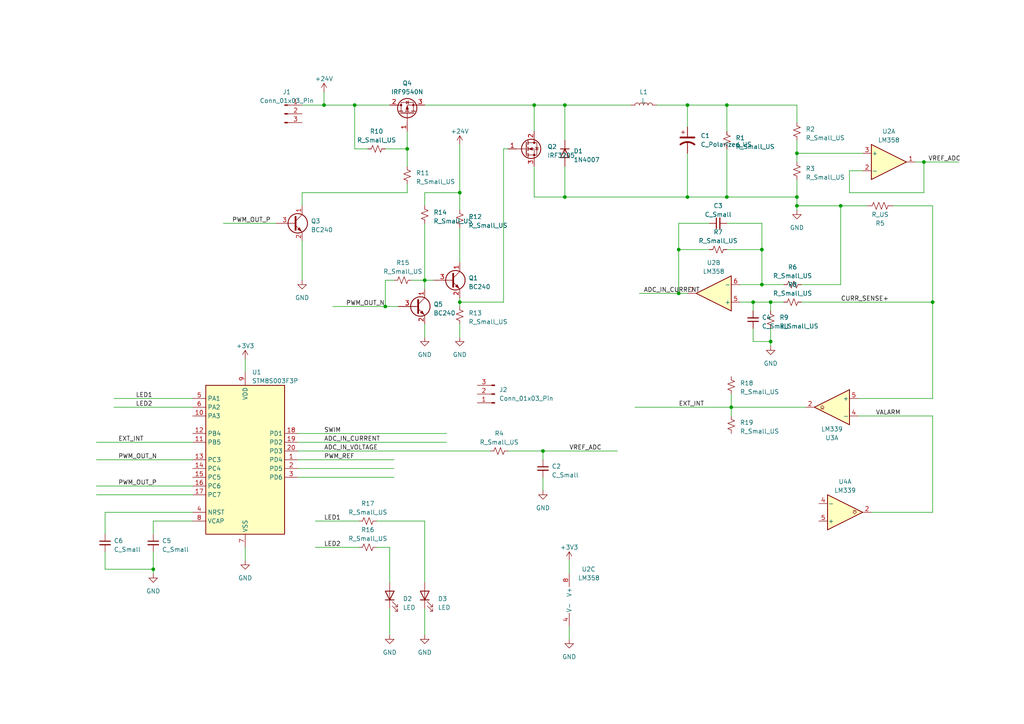
<source format=kicad_sch>
(kicad_sch (version 20230121) (generator eeschema)
  (paper "A4")
  (lib_symbols
    (symbol "Amplifier_Operational:LM358" (pin_names (offset 0.127))
      (property "Reference" "U" (at 0 5.08 0))
      (property "Value" "LM358" (at 0 -5.08 0))
      (symbol "LM358_1_1"
        (polyline (pts (xy -5.08 5.08) (xy 5.08 0) (xy -5.08 -5.08) (xy -5.08 5.08)) (stroke (width 0.254)) (fill (type background)))
        (pin output line (at 7.62 0 180) (length 2.54) (name "~") (number "1"))
        (pin input line (at -7.62 -2.54 0) (length 2.54) (name "-") (number "2"))
        (pin input line (at -7.62 2.54 0) (length 2.54) (name "+") (number "3"))
      )
      (symbol "LM358_2_1"
        (polyline (pts (xy -5.08 5.08) (xy 5.08 0) (xy -5.08 -5.08) (xy -5.08 5.08)) (stroke (width 0.254)) (fill (type background)))
        (pin input line (at -7.62 2.54 0) (length 2.54) (name "+") (number "5"))
        (pin input line (at -7.62 -2.54 0) (length 2.54) (name "-") (number "6"))
        (pin output line (at 7.62 0 180) (length 2.54) (name "~") (number "7"))
      )
      (symbol "LM358_3_1"
        (pin power_in line (at -2.54 -7.62 90) (length 3.81) (name "V-") (number "4"))
        (pin power_in line (at -2.54 7.62 270) (length 3.81) (name "V+") (number "8"))
      )
    )
    (symbol "Comparator:LM339" (pin_names (offset 0.127))
      (property "Reference" "U" (at 0 5.08 0))
      (property "Value" "LM339" (at 0 -5.08 0))
      (symbol "LM339_1_1"
        (polyline (pts (xy -5.08 5.08) (xy 5.08 0) (xy -5.08 -5.08) (xy -5.08 5.08)) (stroke (width 0.254)) (fill (type background)))
        (polyline (pts (xy 3.302 -0.508) (xy 2.794 -0.508) (xy 3.302 0) (xy 2.794 0.508) (xy 2.286 0) (xy 2.794 -0.508) (xy 2.286 -0.508)) (stroke (width 0.127)))
        (pin open_collector line (at 7.62 0 180) (length 2.54) (name "~") (number "2"))
        (pin input line (at -7.62 -2.54 0) (length 2.54) (name "-") (number "4"))
        (pin input line (at -7.62 2.54 0) (length 2.54) (name "+") (number "5"))
      )
      (symbol "LM339_2_1"
        (polyline (pts (xy -5.08 5.08) (xy 5.08 0) (xy -5.08 -5.08) (xy -5.08 5.08)) (stroke (width 0.254)) (fill (type background)))
        (polyline (pts (xy 3.302 -0.508) (xy 2.794 -0.508) (xy 3.302 0) (xy 2.794 0.508) (xy 2.286 0) (xy 2.794 -0.508) (xy 2.286 -0.508)) (stroke (width 0.127)))
        (pin open_collector line (at 7.62 0 180) (length 2.54) (name "~") (number "1"))
        (pin input line (at -7.62 -2.54 0) (length 2.54) (name "-") (number "6"))
        (pin input line (at -7.62 2.54 0) (length 2.54) (name "+") (number "7"))
      )
      (symbol "LM339_3_1"
        (polyline (pts (xy -5.08 5.08) (xy 5.08 0) (xy -5.08 -5.08) (xy -5.08 5.08)) (stroke (width 0.254)) (fill (type background)))
        (polyline (pts (xy 3.302 -0.508) (xy 2.794 -0.508) (xy 3.302 0) (xy 2.794 0.508) (xy 2.286 0) (xy 2.794 -0.508) (xy 2.286 -0.508)) (stroke (width 0.127)))
        (pin input line (at -7.62 -2.54 0) (length 2.54) (name "-") (number "10"))
        (pin input line (at -7.62 2.54 0) (length 2.54) (name "+") (number "11"))
        (pin open_collector line (at 7.62 0 180) (length 2.54) (name "~") (number "13"))
      )
      (symbol "LM339_4_1"
        (polyline (pts (xy -5.08 5.08) (xy 5.08 0) (xy -5.08 -5.08) (xy -5.08 5.08)) (stroke (width 0.254)) (fill (type background)))
        (polyline (pts (xy 3.302 -0.508) (xy 2.794 -0.508) (xy 3.302 0) (xy 2.794 0.508) (xy 2.286 0) (xy 2.794 -0.508) (xy 2.286 -0.508)) (stroke (width 0.127)))
        (pin open_collector line (at 7.62 0 180) (length 2.54) (name "~") (number "14"))
        (pin input line (at -7.62 -2.54 0) (length 2.54) (name "-") (number "8"))
        (pin input line (at -7.62 2.54 0) (length 2.54) (name "+") (number "9"))
      )
      (symbol "LM339_5_1"
        (pin power_in line (at -2.54 -7.62 90) (length 3.81) (name "V-") (number "12"))
        (pin power_in line (at -2.54 7.62 270) (length 3.81) (name "V+") (number "3"))
      )
    )
    (symbol "Connector:Conn_01x03_Pin" (pin_names (offset 1.016) hide)
      (property "Reference" "J" (at 0 5.08 0))
      (property "Value" "Conn_01x03_Pin" (at 0 -5.08 0))
      (symbol "Conn_01x03_Pin_1_1"
        (polyline (pts (xy 1.27 -2.54) (xy 0.8636 -2.54)) (stroke (width 0.1524)))
        (polyline (pts (xy 1.27 0) (xy 0.8636 0)) (stroke (width 0.1524)))
        (polyline (pts (xy 1.27 2.54) (xy 0.8636 2.54)) (stroke (width 0.1524)))
        (rectangle (start 0.8636 -2.413) (end 0 -2.667) (stroke (width 0.1524)) (fill (type outline)))
        (rectangle (start 0.8636 0.127) (end 0 -0.127) (stroke (width 0.1524)) (fill (type outline)))
        (rectangle (start 0.8636 2.667) (end 0 2.413) (stroke (width 0.1524)) (fill (type outline)))
        (pin passive line (at 5.08 2.54 180) (length 3.81) (name "Pin_1") (number "1"))
        (pin passive line (at 5.08 0 180) (length 3.81) (name "Pin_2") (number "2"))
        (pin passive line (at 5.08 -2.54 180) (length 3.81) (name "Pin_3") (number "3"))
      )
    )
    (symbol "Device:C_Polarized_US" (pin_numbers hide) (pin_names (offset 0.254) hide)
      (property "Reference" "C" (at 0.635 2.54 0))
      (property "Value" "C_Polarized_US" (at 0.635 -2.54 0))
      (symbol "C_Polarized_US_0_1"
        (polyline (pts (xy -2.032 0.762) (xy 2.032 0.762)) (stroke (width 0.508)))
        (polyline (pts (xy -1.778 2.286) (xy -0.762 2.286)))
        (polyline (pts (xy -1.27 1.778) (xy -1.27 2.794)))
        (arc (start 2.032 -1.27) (mid 0 -0.5572) (end -2.032 -1.27) (stroke (width 0.508)))
      )
      (symbol "C_Polarized_US_1_1"
        (pin passive line (at 0 3.81 270) (length 2.794) (name "~") (number "1"))
        (pin passive line (at 0 -3.81 90) (length 3.302) (name "~") (number "2"))
      )
    )
    (symbol "Device:C_Small" (pin_numbers hide) (pin_names (offset 0.254) hide)
      (property "Reference" "C" (at 0.254 1.778 0))
      (property "Value" "C_Small" (at 0.254 -2.032 0))
      (symbol "C_Small_0_1"
        (polyline (pts (xy -1.524 -0.508) (xy 1.524 -0.508)) (stroke (width 0.3302)))
        (polyline (pts (xy -1.524 0.508) (xy 1.524 0.508)) (stroke (width 0.3048)))
      )
      (symbol "C_Small_1_1"
        (pin passive line (at 0 2.54 270) (length 2.032) (name "~") (number "1"))
        (pin passive line (at 0 -2.54 90) (length 2.032) (name "~") (number "2"))
      )
    )
    (symbol "Device:L" (pin_numbers hide) (pin_names (offset 1.016) hide)
      (property "Reference" "L" (at -1.27 0 90))
      (property "Value" "L" (at 1.905 0 90))
      (symbol "L_0_1"
        (arc (start 0 -2.54) (mid 0.6323 -1.905) (end 0 -1.27))
        (arc (start 0 -1.27) (mid 0.6323 -0.635) (end 0 0))
        (arc (start 0 0) (mid 0.6323 0.635) (end 0 1.27))
        (arc (start 0 1.27) (mid 0.6323 1.905) (end 0 2.54))
      )
      (symbol "L_1_1"
        (pin passive line (at 0 3.81 270) (length 1.27) (name "1") (number "1"))
        (pin passive line (at 0 -3.81 90) (length 1.27) (name "2") (number "2"))
      )
    )
    (symbol "Device:LED" (pin_numbers hide) (pin_names (offset 1.016) hide)
      (property "Reference" "D" (at 0 2.54 0))
      (property "Value" "LED" (at 0 -2.54 0))
      (symbol "LED_0_1"
        (polyline (pts (xy -1.27 -1.27) (xy -1.27 1.27)) (stroke (width 0.254)))
        (polyline (pts (xy -1.27 0) (xy 1.27 0)))
        (polyline (pts (xy 1.27 -1.27) (xy 1.27 1.27) (xy -1.27 0) (xy 1.27 -1.27)) (stroke (width 0.254)))
        (polyline (pts (xy -3.048 -0.762) (xy -4.572 -2.286) (xy -3.81 -2.286) (xy -4.572 -2.286) (xy -4.572 -1.524)))
        (polyline (pts (xy -1.778 -0.762) (xy -3.302 -2.286) (xy -2.54 -2.286) (xy -3.302 -2.286) (xy -3.302 -1.524)))
      )
      (symbol "LED_1_1"
        (pin passive line (at -3.81 0 0) (length 2.54) (name "K") (number "1"))
        (pin passive line (at 3.81 0 180) (length 2.54) (name "A") (number "2"))
      )
    )
    (symbol "Device:R_Small_US" (pin_numbers hide) (pin_names (offset 0.254) hide)
      (property "Reference" "R" (at 0.762 0.508 0))
      (property "Value" "R_Small_US" (at 0.762 -1.016 0))
      (symbol "R_Small_US_1_1"
        (polyline (pts (xy 0 0) (xy 1.016 -0.381) (xy 0 -0.762) (xy -1.016 -1.143) (xy 0 -1.524)))
        (polyline (pts (xy 0 1.524) (xy 1.016 1.143) (xy 0 0.762) (xy -1.016 0.381) (xy 0 0)))
        (pin passive line (at 0 2.54 270) (length 1.016) (name "~") (number "1"))
        (pin passive line (at 0 -2.54 90) (length 1.016) (name "~") (number "2"))
      )
    )
    (symbol "Device:R_US" (pin_numbers hide) (pin_names (offset 0))
      (property "Reference" "R" (at 2.54 0 90))
      (property "Value" "R_US" (at -2.54 0 90))
      (symbol "R_US_0_1"
        (polyline (pts (xy 0 -2.286) (xy 0 -2.54)))
        (polyline (pts (xy 0 2.286) (xy 0 2.54)))
        (polyline (pts (xy 0 -0.762) (xy 1.016 -1.143) (xy 0 -1.524) (xy -1.016 -1.905) (xy 0 -2.286)))
        (polyline (pts (xy 0 0.762) (xy 1.016 0.381) (xy 0 0) (xy -1.016 -0.381) (xy 0 -0.762)))
        (polyline (pts (xy 0 2.286) (xy 1.016 1.905) (xy 0 1.524) (xy -1.016 1.143) (xy 0 0.762)))
      )
      (symbol "R_US_1_1"
        (pin passive line (at 0 3.81 270) (length 1.27) (name "~") (number "1"))
        (pin passive line (at 0 -3.81 90) (length 1.27) (name "~") (number "2"))
      )
    )
    (symbol "Diode:1N4007" (pin_numbers hide) (pin_names hide)
      (property "Reference" "D" (at 0 2.54 0))
      (property "Value" "1N4007" (at 0 -2.54 0))
      (symbol "1N4007_0_1"
        (polyline (pts (xy -1.27 1.27) (xy -1.27 -1.27)) (stroke (width 0.254)))
        (polyline (pts (xy 1.27 0) (xy -1.27 0)))
        (polyline (pts (xy 1.27 1.27) (xy 1.27 -1.27) (xy -1.27 0) (xy 1.27 1.27)) (stroke (width 0.254)))
      )
      (symbol "1N4007_1_1"
        (pin passive line (at -3.81 0 0) (length 2.54) (name "K") (number "1"))
        (pin passive line (at 3.81 0 180) (length 2.54) (name "A") (number "2"))
      )
    )
    (symbol "MCU_ST_STM8:STM8S003F3P"
      (property "Reference" "U" (at 1.27 25.4 0))
      (property "Value" "STM8S003F3P" (at 1.27 22.86 0))
      (symbol "STM8S003F3P_0_1"
        (rectangle (start -11.43 21.59) (end 11.43 -21.59) (stroke (width 0.254)) (fill (type background)))
      )
      (symbol "STM8S003F3P_1_1"
        (pin bidirectional line (at 15.24 0 180) (length 3.81) (name "PD4") (number "1"))
        (pin bidirectional line (at -15.24 12.7 0) (length 3.81) (name "PA3") (number "10"))
        (pin bidirectional line (at -15.24 5.08 0) (length 3.81) (name "PB5") (number "11"))
        (pin bidirectional line (at -15.24 7.62 0) (length 3.81) (name "PB4") (number "12"))
        (pin bidirectional line (at -15.24 0 0) (length 3.81) (name "PC3") (number "13"))
        (pin bidirectional line (at -15.24 -2.54 0) (length 3.81) (name "PC4") (number "14"))
        (pin bidirectional line (at -15.24 -5.08 0) (length 3.81) (name "PC5") (number "15"))
        (pin bidirectional line (at -15.24 -7.62 0) (length 3.81) (name "PC6") (number "16"))
        (pin bidirectional line (at -15.24 -10.16 0) (length 3.81) (name "PC7") (number "17"))
        (pin bidirectional line (at 15.24 7.62 180) (length 3.81) (name "PD1") (number "18"))
        (pin bidirectional line (at 15.24 5.08 180) (length 3.81) (name "PD2") (number "19"))
        (pin bidirectional line (at 15.24 -2.54 180) (length 3.81) (name "PD5") (number "2"))
        (pin bidirectional line (at 15.24 2.54 180) (length 3.81) (name "PD3") (number "20"))
        (pin bidirectional line (at 15.24 -5.08 180) (length 3.81) (name "PD6") (number "3"))
        (pin input line (at -15.24 -15.24 0) (length 3.81) (name "NRST") (number "4"))
        (pin bidirectional line (at -15.24 17.78 0) (length 3.81) (name "PA1") (number "5"))
        (pin bidirectional line (at -15.24 15.24 0) (length 3.81) (name "PA2") (number "6"))
        (pin power_in line (at 0 -25.4 90) (length 3.81) (name "VSS") (number "7"))
        (pin passive line (at -15.24 -17.78 0) (length 3.81) (name "VCAP") (number "8"))
        (pin power_in line (at 0 25.4 270) (length 3.81) (name "VDD") (number "9"))
      )
    )
    (symbol "Transistor_BJT:BC240" (pin_names (offset 0) hide)
      (property "Reference" "Q" (at 5.08 1.905 0))
      (property "Value" "BC240" (at 5.08 0 0))
      (symbol "BC240_0_1"
        (polyline (pts (xy 0 0) (xy 0.635 0)))
        (polyline (pts (xy 0.635 0.635) (xy 2.54 2.54)))
        (polyline (pts (xy 0.635 -0.635) (xy 2.54 -2.54) (xy 2.54 -2.54)))
        (polyline (pts (xy 0.635 1.905) (xy 0.635 -1.905) (xy 0.635 -1.905)) (stroke (width 0.508)))
        (polyline (pts (xy 1.27 -1.778) (xy 1.778 -1.27) (xy 2.286 -2.286) (xy 1.27 -1.778) (xy 1.27 -1.778)) (fill (type outline)))
        (circle (center 1.27 0) (radius 2.8194) (stroke (width 0.254)))
      )
      (symbol "BC240_1_1"
        (pin passive line (at 2.54 5.08 270) (length 2.54) (name "C") (number "1"))
        (pin passive line (at 2.54 -5.08 90) (length 2.54) (name "E") (number "2"))
        (pin input line (at -5.08 0 0) (length 5.08) (name "B") (number "3"))
      )
    )
    (symbol "Transistor_FET:IRF3205" (pin_names hide)
      (property "Reference" "Q" (at 6.35 1.905 0))
      (property "Value" "IRF3205" (at 6.35 0 0))
      (symbol "IRF3205_0_1"
        (polyline (pts (xy 0.254 0) (xy -2.54 0)))
        (polyline (pts (xy 0.254 1.905) (xy 0.254 -1.905)) (stroke (width 0.254)))
        (polyline (pts (xy 0.762 -1.27) (xy 0.762 -2.286)) (stroke (width 0.254)))
        (polyline (pts (xy 0.762 0.508) (xy 0.762 -0.508)) (stroke (width 0.254)))
        (polyline (pts (xy 0.762 2.286) (xy 0.762 1.27)) (stroke (width 0.254)))
        (polyline (pts (xy 2.54 2.54) (xy 2.54 1.778)))
        (polyline (pts (xy 2.54 -2.54) (xy 2.54 0) (xy 0.762 0)))
        (polyline (pts (xy 0.762 -1.778) (xy 3.302 -1.778) (xy 3.302 1.778) (xy 0.762 1.778)))
        (polyline (pts (xy 1.016 0) (xy 2.032 0.381) (xy 2.032 -0.381) (xy 1.016 0)) (fill (type outline)))
        (polyline (pts (xy 2.794 0.508) (xy 2.921 0.381) (xy 3.683 0.381) (xy 3.81 0.254)))
        (polyline (pts (xy 3.302 0.381) (xy 2.921 -0.254) (xy 3.683 -0.254) (xy 3.302 0.381)))
        (circle (center 1.651 0) (radius 2.794) (stroke (width 0.254)))
        (circle (center 2.54 -1.778) (radius 0.254) (fill (type outline)))
        (circle (center 2.54 1.778) (radius 0.254) (fill (type outline)))
      )
      (symbol "IRF3205_1_1"
        (pin input line (at -5.08 0 0) (length 2.54) (name "G") (number "1"))
        (pin passive line (at 2.54 5.08 270) (length 2.54) (name "D") (number "2"))
        (pin passive line (at 2.54 -5.08 90) (length 2.54) (name "S") (number "3"))
      )
    )
    (symbol "Transistor_FET:IRF9540N" (pin_names hide)
      (property "Reference" "Q" (at 5.08 1.905 0))
      (property "Value" "IRF9540N" (at 5.08 0 0))
      (symbol "IRF9540N_0_1"
        (polyline (pts (xy 0.254 0) (xy -2.54 0)))
        (polyline (pts (xy 0.254 1.905) (xy 0.254 -1.905)) (stroke (width 0.254)))
        (polyline (pts (xy 0.762 -1.27) (xy 0.762 -2.286)) (stroke (width 0.254)))
        (polyline (pts (xy 0.762 0.508) (xy 0.762 -0.508)) (stroke (width 0.254)))
        (polyline (pts (xy 0.762 2.286) (xy 0.762 1.27)) (stroke (width 0.254)))
        (polyline (pts (xy 2.54 2.54) (xy 2.54 1.778)))
        (polyline (pts (xy 2.54 -2.54) (xy 2.54 0) (xy 0.762 0)))
        (polyline (pts (xy 0.762 1.778) (xy 3.302 1.778) (xy 3.302 -1.778) (xy 0.762 -1.778)))
        (polyline (pts (xy 2.286 0) (xy 1.27 0.381) (xy 1.27 -0.381) (xy 2.286 0)) (fill (type outline)))
        (polyline (pts (xy 2.794 -0.508) (xy 2.921 -0.381) (xy 3.683 -0.381) (xy 3.81 -0.254)))
        (polyline (pts (xy 3.302 -0.381) (xy 2.921 0.254) (xy 3.683 0.254) (xy 3.302 -0.381)))
        (circle (center 1.651 0) (radius 2.794) (stroke (width 0.254)))
        (circle (center 2.54 -1.778) (radius 0.254) (fill (type outline)))
        (circle (center 2.54 1.778) (radius 0.254) (fill (type outline)))
      )
      (symbol "IRF9540N_1_1"
        (pin input line (at -5.08 0 0) (length 2.54) (name "G") (number "1"))
        (pin passive line (at 2.54 5.08 270) (length 2.54) (name "D") (number "2"))
        (pin passive line (at 2.54 -5.08 90) (length 2.54) (name "S") (number "3"))
      )
    )
    (symbol "power:+24V" (power) (pin_names (offset 0))
      (property "Value" "+24V" (at 0 3.556 0))
      (symbol "+24V_0_1"
        (polyline (pts (xy -0.762 1.27) (xy 0 2.54)))
        (polyline (pts (xy 0 0) (xy 0 2.54)))
        (polyline (pts (xy 0 2.54) (xy 0.762 1.27)))
      )
      (symbol "+24V_1_1"
        (pin power_in line (at 0 0 90) (length 0) hide (name "+24V") (number "1"))
      )
    )
    (symbol "power:+3V3" (power) (pin_names (offset 0))
      (property "Value" "+3V3" (at 0 3.556 0))
      (symbol "+3V3_0_1"
        (polyline (pts (xy -0.762 1.27) (xy 0 2.54)))
        (polyline (pts (xy 0 0) (xy 0 2.54)))
        (polyline (pts (xy 0 2.54) (xy 0.762 1.27)))
      )
      (symbol "+3V3_1_1"
        (pin power_in line (at 0 0 90) (length 0) hide (name "+3V3") (number "1"))
      )
    )
    (symbol "power:GND" (power) (pin_names (offset 0))
      (property "Value" "GND" (at 0 -3.81 0))
      (symbol "GND_0_1"
        (polyline (pts (xy 0 0) (xy 0 -1.27) (xy 1.27 -1.27) (xy 0 -2.54) (xy -1.27 -1.27) (xy 0 -1.27)))
      )
      (symbol "GND_1_1"
        (pin power_in line (at 0 0 270) (length 0) hide (name "GND") (number "1"))
      )
    )
  )
  (junction (at 210.82 30.48))
  (junction (at 220.98 82.55))
  (junction (at 93.98 30.48))
  (junction (at 231.14 59.69))
  (junction (at 133.35 55.88))
  (junction (at 154.94 30.48))
  (junction (at 123.19 81.28))
  (junction (at 163.83 30.48))
  (junction (at 223.52 87.63))
  (junction (at 118.11 43.18))
  (junction (at 199.39 57.15))
  (junction (at 212.09 118.11))
  (junction (at 267.97 46.99))
  (junction (at 157.48 130.81))
  (junction (at 44.45 165.1))
  (junction (at 196.85 72.39))
  (junction (at 133.35 87.63))
  (junction (at 102.87 30.48))
  (junction (at 196.85 85.09))
  (junction (at 270.51 87.63))
  (junction (at 223.52 99.06))
  (junction (at 218.44 87.63))
  (junction (at 199.39 30.48))
  (junction (at 231.14 57.15))
  (junction (at 163.83 57.15))
  (junction (at 111.76 88.9))
  (junction (at 210.82 57.15))
  (junction (at 231.14 44.45))
  (junction (at 220.98 72.39))
  (junction (at 243.84 59.69))
  (wire (pts (xy 250.19 49.53) (xy 246.38 49.53)))
  (wire (pts (xy 118.11 38.1) (xy 118.11 43.18)))
  (wire (pts (xy 218.44 87.63) (xy 218.44 90.17)))
  (wire (pts (xy 146.05 43.18) (xy 147.32 43.18)))
  (wire (pts (xy 86.36 130.81) (xy 142.24 130.81)))
  (wire (pts (xy 27.94 133.35) (xy 55.88 133.35)))
  (wire (pts (xy 196.85 85.09) (xy 196.85 72.39)))
  (wire (pts (xy 199.39 30.48) (xy 190.5 30.48)))
  (wire (pts (xy 114.3 81.28) (xy 111.76 81.28)))
  (wire (pts (xy 248.92 115.57) (xy 270.51 115.57)))
  (wire (pts (xy 64.77 64.77) (xy 80.01 64.77)))
  (wire (pts (xy 196.85 72.39) (xy 196.85 64.77)))
  (wire (pts (xy 123.19 81.28) (xy 125.73 81.28)))
  (wire (pts (xy 86.36 128.27) (xy 129.54 128.27)))
  (wire (pts (xy 270.51 115.57) (xy 270.51 87.63)))
  (wire (pts (xy 270.51 148.59) (xy 270.51 120.65)))
  (wire (pts (xy 210.82 57.15) (xy 199.39 57.15)))
  (wire (pts (xy 133.35 86.36) (xy 133.35 87.63)))
  (wire (pts (xy 123.19 176.53) (xy 123.19 184.15)))
  (wire (pts (xy 210.82 30.48) (xy 199.39 30.48)))
  (wire (pts (xy 220.98 82.55) (xy 227.33 82.55)))
  (wire (pts (xy 109.22 158.75) (xy 113.03 158.75)))
  (wire (pts (xy 86.36 138.43) (xy 114.3 138.43)))
  (wire (pts (xy 91.44 151.13) (xy 104.14 151.13)))
  (wire (pts (xy 165.1 162.56) (xy 165.1 166.37)))
  (wire (pts (xy 87.63 55.88) (xy 118.11 55.88)))
  (wire (pts (xy 123.19 81.28) (xy 123.19 83.82)))
  (wire (pts (xy 87.63 81.28) (xy 87.63 69.85)))
  (wire (pts (xy 86.36 133.35) (xy 114.3 133.35)))
  (wire (pts (xy 113.03 158.75) (xy 113.03 168.91)))
  (wire (pts (xy 87.63 30.48) (xy 93.98 30.48)))
  (wire (pts (xy 27.94 128.27) (xy 55.88 128.27)))
  (wire (pts (xy 91.44 158.75) (xy 104.14 158.75)))
  (wire (pts (xy 102.87 43.18) (xy 102.87 30.48)))
  (wire (pts (xy 231.14 59.69) (xy 243.84 59.69)))
  (wire (pts (xy 199.39 30.48) (xy 199.39 36.83)))
  (wire (pts (xy 246.38 55.88) (xy 267.97 55.88)))
  (wire (pts (xy 147.32 130.81) (xy 157.48 130.81)))
  (wire (pts (xy 223.52 87.63) (xy 227.33 87.63)))
  (wire (pts (xy 267.97 46.99) (xy 265.43 46.99)))
  (wire (pts (xy 270.51 59.69) (xy 270.51 87.63)))
  (wire (pts (xy 118.11 55.88) (xy 118.11 53.34)))
  (wire (pts (xy 267.97 55.88) (xy 267.97 46.99)))
  (wire (pts (xy 154.94 57.15) (xy 163.83 57.15)))
  (wire (pts (xy 220.98 72.39) (xy 220.98 82.55)))
  (wire (pts (xy 44.45 151.13) (xy 55.88 151.13)))
  (wire (pts (xy 111.76 81.28) (xy 111.76 88.9)))
  (wire (pts (xy 218.44 87.63) (xy 223.52 87.63)))
  (wire (pts (xy 93.98 26.67) (xy 93.98 30.48)))
  (wire (pts (xy 214.63 87.63) (xy 218.44 87.63)))
  (wire (pts (xy 106.68 43.18) (xy 102.87 43.18)))
  (wire (pts (xy 210.82 43.18) (xy 210.82 57.15)))
  (wire (pts (xy 123.19 151.13) (xy 123.19 168.91)))
  (wire (pts (xy 231.14 52.07) (xy 231.14 57.15)))
  (wire (pts (xy 154.94 30.48) (xy 154.94 38.1)))
  (wire (pts (xy 231.14 57.15) (xy 210.82 57.15)))
  (wire (pts (xy 212.09 118.11) (xy 212.09 120.65)))
  (wire (pts (xy 184.15 118.11) (xy 212.09 118.11)))
  (wire (pts (xy 102.87 30.48) (xy 113.03 30.48)))
  (wire (pts (xy 163.83 30.48) (xy 163.83 40.64)))
  (wire (pts (xy 133.35 66.04) (xy 133.35 76.2)))
  (wire (pts (xy 223.52 95.25) (xy 223.52 99.06)))
  (wire (pts (xy 86.36 135.89) (xy 114.3 135.89)))
  (wire (pts (xy 87.63 55.88) (xy 87.63 59.69)))
  (wire (pts (xy 44.45 160.02) (xy 44.45 165.1)))
  (wire (pts (xy 210.82 38.1) (xy 210.82 30.48)))
  (wire (pts (xy 44.45 165.1) (xy 44.45 166.37)))
  (wire (pts (xy 212.09 114.3) (xy 212.09 118.11)))
  (wire (pts (xy 123.19 93.98) (xy 123.19 97.79)))
  (wire (pts (xy 118.11 43.18) (xy 118.11 48.26)))
  (wire (pts (xy 210.82 64.77) (xy 220.98 64.77)))
  (wire (pts (xy 113.03 176.53) (xy 113.03 184.15)))
  (wire (pts (xy 196.85 64.77) (xy 205.74 64.77)))
  (wire (pts (xy 185.42 85.09) (xy 196.85 85.09)))
  (wire (pts (xy 123.19 55.88) (xy 133.35 55.88)))
  (wire (pts (xy 133.35 41.91) (xy 133.35 55.88)))
  (wire (pts (xy 93.98 30.48) (xy 102.87 30.48)))
  (wire (pts (xy 133.35 55.88) (xy 133.35 60.96)))
  (wire (pts (xy 252.73 148.59) (xy 270.51 148.59)))
  (wire (pts (xy 71.12 104.14) (xy 71.12 107.95)))
  (wire (pts (xy 133.35 87.63) (xy 146.05 87.63)))
  (wire (pts (xy 146.05 87.63) (xy 146.05 43.18)))
  (wire (pts (xy 205.74 72.39) (xy 196.85 72.39)))
  (wire (pts (xy 243.84 59.69) (xy 251.46 59.69)))
  (wire (pts (xy 232.41 82.55) (xy 243.84 82.55)))
  (wire (pts (xy 154.94 30.48) (xy 163.83 30.48)))
  (wire (pts (xy 44.45 154.94) (xy 44.45 151.13)))
  (wire (pts (xy 218.44 95.25) (xy 218.44 99.06)))
  (wire (pts (xy 154.94 48.26) (xy 154.94 57.15)))
  (wire (pts (xy 267.97 46.99) (xy 278.13 46.99)))
  (wire (pts (xy 220.98 82.55) (xy 214.63 82.55)))
  (wire (pts (xy 259.08 59.69) (xy 270.51 59.69)))
  (wire (pts (xy 157.48 138.43) (xy 157.48 142.24)))
  (wire (pts (xy 30.48 148.59) (xy 55.88 148.59)))
  (wire (pts (xy 165.1 181.61) (xy 165.1 185.42)))
  (wire (pts (xy 27.94 143.51) (xy 55.88 143.51)))
  (wire (pts (xy 220.98 64.77) (xy 220.98 72.39)))
  (wire (pts (xy 86.36 125.73) (xy 129.54 125.73)))
  (wire (pts (xy 199.39 85.09) (xy 196.85 85.09)))
  (wire (pts (xy 111.76 88.9) (xy 96.52 88.9)))
  (wire (pts (xy 27.94 140.97) (xy 55.88 140.97)))
  (wire (pts (xy 157.48 130.81) (xy 179.07 130.81)))
  (wire (pts (xy 231.14 57.15) (xy 231.14 59.69)))
  (wire (pts (xy 118.11 43.18) (xy 111.76 43.18)))
  (wire (pts (xy 71.12 162.56) (xy 71.12 158.75)))
  (wire (pts (xy 123.19 64.77) (xy 123.19 81.28)))
  (wire (pts (xy 33.02 115.57) (xy 55.88 115.57)))
  (wire (pts (xy 243.84 82.55) (xy 243.84 59.69)))
  (wire (pts (xy 231.14 44.45) (xy 250.19 44.45)))
  (wire (pts (xy 223.52 99.06) (xy 223.52 100.33)))
  (wire (pts (xy 163.83 57.15) (xy 163.83 48.26)))
  (wire (pts (xy 33.02 118.11) (xy 55.88 118.11)))
  (wire (pts (xy 248.92 120.65) (xy 270.51 120.65)))
  (wire (pts (xy 119.38 81.28) (xy 123.19 81.28)))
  (wire (pts (xy 210.82 72.39) (xy 220.98 72.39)))
  (wire (pts (xy 30.48 160.02) (xy 30.48 165.1)))
  (wire (pts (xy 212.09 118.11) (xy 233.68 118.11)))
  (wire (pts (xy 231.14 59.69) (xy 231.14 60.96)))
  (wire (pts (xy 231.14 30.48) (xy 210.82 30.48)))
  (wire (pts (xy 231.14 35.56) (xy 231.14 30.48)))
  (wire (pts (xy 163.83 30.48) (xy 182.88 30.48)))
  (wire (pts (xy 123.19 30.48) (xy 154.94 30.48)))
  (wire (pts (xy 133.35 87.63) (xy 133.35 88.9)))
  (wire (pts (xy 109.22 151.13) (xy 123.19 151.13)))
  (wire (pts (xy 218.44 99.06) (xy 223.52 99.06)))
  (wire (pts (xy 223.52 87.63) (xy 223.52 90.17)))
  (wire (pts (xy 115.57 88.9) (xy 111.76 88.9)))
  (wire (pts (xy 231.14 44.45) (xy 231.14 46.99)))
  (wire (pts (xy 246.38 49.53) (xy 246.38 55.88)))
  (wire (pts (xy 30.48 154.94) (xy 30.48 148.59)))
  (wire (pts (xy 232.41 87.63) (xy 270.51 87.63)))
  (wire (pts (xy 199.39 57.15) (xy 163.83 57.15)))
  (wire (pts (xy 123.19 59.69) (xy 123.19 55.88)))
  (wire (pts (xy 157.48 130.81) (xy 157.48 133.35)))
  (wire (pts (xy 199.39 44.45) (xy 199.39 57.15)))
  (wire (pts (xy 133.35 97.79) (xy 133.35 93.98)))
  (wire (pts (xy 30.48 165.1) (xy 44.45 165.1)))
  (wire (pts (xy 231.14 40.64) (xy 231.14 44.45)))
  (label "PWM_OUT_P" (at 34.29 140.97 0))
  (label "SWIM" (at 93.98 125.73 0))
  (label "ADC_IN_CURRENT" (at 93.98 128.27 0))
  (label "VALARM" (at 254 120.65 0))
  (label "ADC_IN_VOLTAGE" (at 93.98 130.81 0))
  (label "CURR_SENSE+" (at 257.81 87.63 180))
  (label "LED2" (at 39.37 118.11 0))
  (label "EXT_INT" (at 34.29 128.27 0))
  (label "VREF_ADC" (at 269.24 46.99 0))
  (label "PWM_REF" (at 93.98 133.35 0))
  (label "ADC_IN_CURRENT" (at 186.69 85.09 0))
  (label "VREF_ADC" (at 165.1 130.81 0))
  (label "LED1" (at 93.98 151.13 0))
  (label "LED1" (at 39.37 115.57 0))
  (label "PWM_OUT_P" (at 67.31 64.77 0))
  (label "EXT_INT" (at 196.85 118.11 0))
  (label "PWM_OUT_N" (at 100.33 88.9 0))
  (label "LED2" (at 93.98 158.75 0))
  (label "PWM_OUT_N" (at 34.29 133.35 0))
  (symbol (lib_id "Device:R_Small_US") (at 231.14 38.1 0) (unit 1)
    (property "Reference" "R2" (at 233.68 37.465 0) (effects (justify left)))
    (property "Value" "R_Small_US" (at 233.68 40.005 0) (effects (justify left)))
  )
  (symbol (lib_id "Device:LED") (at 123.19 172.72 90) (unit 1)
    (property "Reference" "D3" (at 127 173.6725 90) (effects (justify right)))
    (property "Value" "LED" (at 127 176.2125 90) (effects (justify right)))
    (property "Footprint" "LED_THT:LED_D3.0mm" (effects hide))
  )
  (symbol (lib_id "Amplifier_Operational:LM358") (at 167.64 173.99 0) (unit 3)
    (property "Reference" "U2" (at 172.72 165.1 0) (effects (justify right)))
    (property "Value" "LM358" (at 173.99 167.64 0) (effects (justify right)))
    (property "Datasheet" "http://www.ti.com/lit/ds/symlink/lm2904-n.pdf" (effects hide))
  )
  (symbol (lib_id "Device:C_Small") (at 218.44 92.71 180) (unit 1)
    (property "Reference" "C4" (at 220.98 92.0686 0) (effects (justify right)))
    (property "Value" "C_Small" (at 220.98 94.6086 0) (effects (justify right)))
  )
  (symbol (lib_id "Device:R_Small_US") (at 116.84 81.28 270) (unit 1)
    (property "Reference" "R15" (at 116.84 76.2 90))
    (property "Value" "R_Small_US" (at 116.84 78.74 90))
  )
  (symbol (lib_id "Device:C_Small") (at 44.45 157.48 0) (unit 1)
    (property "Reference" "C5" (at 46.99 156.8513 0) (effects (justify left)))
    (property "Value" "C_Small" (at 46.99 159.3913 0) (effects (justify left)))
  )
  (symbol (lib_id "Device:C_Small") (at 208.28 64.77 90) (unit 1)
    (property "Reference" "C3" (at 208.2863 59.69 90))
    (property "Value" "C_Small" (at 208.2863 62.23 90))
  )
  (symbol (lib_id "Device:R_Small_US") (at 208.28 72.39 90) (unit 1)
    (property "Reference" "R7" (at 208.28 67.31 90))
    (property "Value" "R_Small_US" (at 208.28 69.85 90))
  )
  (symbol (lib_id "Transistor_FET:IRF9540N") (at 118.11 33.02 90) (unit 1)
    (property "Reference" "Q4" (at 118.11 24.13 90))
    (property "Value" "IRF9540N" (at 118.11 26.67 90))
    (property "Footprint" "Package_TO_SOT_THT:TO-220-3_Vertical" (effects hide))
    (property "Datasheet" "http://www.irf.com/product-info/datasheets/data/irf9540n.pdf" (effects hide))
  )
  (symbol (lib_id "power:GND") (at 133.35 97.79 0) (unit 1)
    (property "Reference" "#PWR011" (effects hide))
    (property "Value" "GND" (at 133.35 102.87 0))
  )
  (symbol (lib_id "Transistor_FET:IRF3205") (at 152.4 43.18 0) (unit 1)
    (property "Reference" "Q2" (at 158.75 42.545 0) (effects (justify left)))
    (property "Value" "IRF3205" (at 158.75 45.085 0) (effects (justify left)))
    (property "Footprint" "Package_TO_SOT_THT:TO-220-3_Vertical" (effects hide))
    (property "Datasheet" "http://www.irf.com/product-info/datasheets/data/irf3205.pdf" (effects hide))
  )
  (symbol (lib_id "Transistor_BJT:BC240") (at 120.65 88.9 0) (unit 1)
    (property "Reference" "Q5" (at 125.73 88.265 0) (effects (justify left)))
    (property "Value" "BC240" (at 125.73 90.805 0) (effects (justify left)))
    (property "Footprint" "Package_TO_SOT_THT:TO-92_Inline" (effects hide))
    (property "Datasheet" "https://www.onsemi.com/pub/Collateral/BF420-D.PDF" (effects hide))
  )
  (symbol (lib_id "Device:R_Small_US") (at 106.68 151.13 270) (unit 1)
    (property "Reference" "R17" (at 106.68 146.05 90))
    (property "Value" "R_Small_US" (at 106.68 148.59 90))
  )
  (symbol (lib_id "Device:R_Small_US") (at 212.09 111.76 0) (unit 1)
    (property "Reference" "R18" (at 214.63 111.125 0) (effects (justify left)))
    (property "Value" "R_Small_US" (at 214.63 113.665 0) (effects (justify left)))
  )
  (symbol (lib_id "Device:LED") (at 113.03 172.72 90) (unit 1)
    (property "Reference" "D2" (at 116.84 173.6725 90) (effects (justify right)))
    (property "Value" "LED" (at 116.84 176.2125 90) (effects (justify right)))
    (property "Footprint" "LED_THT:LED_D3.0mm" (effects hide))
  )
  (symbol (lib_id "Device:L") (at 186.69 30.48 90) (unit 1)
    (property "Reference" "L1" (at 186.69 26.67 90))
    (property "Value" "L" (at 186.69 29.21 90))
  )
  (symbol (lib_id "Device:R_Small_US") (at 223.52 92.71 0) (unit 1)
    (property "Reference" "R9" (at 226.06 92.075 0) (effects (justify left)))
    (property "Value" "R_Small_US" (at 226.06 94.615 0) (effects (justify left)))
  )
  (symbol (lib_id "Device:C_Small") (at 157.48 135.89 0) (unit 1)
    (property "Reference" "C2" (at 160.02 135.2613 0) (effects (justify left)))
    (property "Value" "C_Small" (at 160.02 137.8013 0) (effects (justify left)))
  )
  (symbol (lib_id "power:GND") (at 231.14 60.96 0) (unit 1)
    (property "Reference" "#PWR01" (effects hide))
    (property "Value" "GND" (at 231.14 66.04 0))
  )
  (symbol (lib_id "Diode:1N4007") (at 163.83 44.45 270) (unit 1)
    (property "Reference" "D1" (at 166.37 43.815 90) (effects (justify left)))
    (property "Value" "1N4007" (at 166.37 46.355 90) (effects (justify left)))
    (property "Footprint" "Diode_THT:D_DO-41_SOD81_P10.16mm_Horizontal" (effects hide))
    (property "Datasheet" "http://www.vishay.com/docs/88503/1n4001.pdf" (effects hide))
    (property "Sim.Device" "D" (effects hide))
    (property "Sim.Pins" "1=K 2=A" (effects hide))
  )
  (symbol (lib_id "Comparator:LM339") (at 245.11 148.59 0) (mirror x) (unit 1)
    (property "Reference" "U4" (at 245.11 139.7 0))
    (property "Value" "LM339" (at 245.11 142.24 0))
    (property "Datasheet" "https://www.st.com/resource/en/datasheet/lm139.pdf" (effects hide))
  )
  (symbol (lib_id "Device:C_Polarized_US") (at 199.39 40.64 0) (unit 1)
    (property "Reference" "C1" (at 203.2 39.37 0) (effects (justify left)))
    (property "Value" "C_Polarized_US" (at 203.2 41.91 0) (effects (justify left)))
  )
  (symbol (lib_id "power:GND") (at 123.19 97.79 0) (unit 1)
    (property "Reference" "#PWR012" (effects hide))
    (property "Value" "GND" (at 123.19 102.87 0))
  )
  (symbol (lib_id "Device:R_Small_US") (at 144.78 130.81 90) (unit 1)
    (property "Reference" "R4" (at 144.78 125.73 90))
    (property "Value" "R_Small_US" (at 144.78 128.27 90))
  )
  (symbol (lib_id "power:GND") (at 44.45 166.37 0) (unit 1)
    (property "Reference" "#PWR015" (effects hide))
    (property "Value" "GND" (at 44.45 171.45 0))
  )
  (symbol (lib_id "Connector:Conn_01x03_Pin") (at 143.51 114.3 180) (unit 1)
    (property "Reference" "J2" (at 144.78 113.03 0) (effects (justify right)))
    (property "Value" "Conn_01x03_Pin" (at 144.78 115.57 0) (effects (justify right)))
    (property "Footprint" "Connector:FanPinHeader_1x03_P2.54mm_Vertical" (effects hide))
  )
  (symbol (lib_id "Device:R_Small_US") (at 118.11 50.8 180) (unit 1)
    (property "Reference" "R11" (at 120.65 50.165 0) (effects (justify right)))
    (property "Value" "R_Small_US" (at 120.65 52.705 0) (effects (justify right)))
  )
  (symbol (lib_id "Device:R_Small_US") (at 109.22 43.18 90) (unit 1)
    (property "Reference" "R10" (at 109.22 38.1 90))
    (property "Value" "R_Small_US" (at 109.22 40.64 90))
  )
  (symbol (lib_id "Device:C_Small") (at 30.48 157.48 0) (unit 1)
    (property "Reference" "C6" (at 33.02 156.8513 0) (effects (justify left)))
    (property "Value" "C_Small" (at 33.02 159.3913 0) (effects (justify left)))
  )
  (symbol (lib_id "Comparator:LM339") (at 241.3 118.11 0) (mirror y) (unit 1)
    (property "Reference" "U3" (at 241.3 127 0))
    (property "Value" "LM339" (at 241.3 124.46 0))
    (property "Datasheet" "https://www.st.com/resource/en/datasheet/lm139.pdf" (effects hide))
  )
  (symbol (lib_id "power:GND") (at 157.48 142.24 0) (unit 1)
    (property "Reference" "#PWR06" (effects hide))
    (property "Value" "GND" (at 157.48 147.32 0))
  )
  (symbol (lib_id "Connector:Conn_01x03_Pin") (at 82.55 33.02 0) (unit 1)
    (property "Reference" "J1" (at 83.185 26.67 0))
    (property "Value" "Conn_01x03_Pin" (at 83.185 29.21 0))
  )
  (symbol (lib_id "Device:R_Small_US") (at 133.35 91.44 180) (unit 1)
    (property "Reference" "R13" (at 135.89 90.805 0) (effects (justify right)))
    (property "Value" "R_Small_US" (at 135.89 93.345 0) (effects (justify right)))
  )
  (symbol (lib_id "power:+24V") (at 133.35 41.91 0) (unit 1)
    (property "Reference" "#PWR010" (effects hide))
    (property "Value" "+24V" (at 133.35 38.1 0))
  )
  (symbol (lib_id "Device:R_Small_US") (at 133.35 63.5 180) (unit 1)
    (property "Reference" "R12" (at 135.89 62.865 0) (effects (justify right)))
    (property "Value" "R_Small_US" (at 135.89 65.405 0) (effects (justify right)))
  )
  (symbol (lib_id "power:GND") (at 165.1 185.42 0) (unit 1)
    (property "Reference" "#PWR05" (effects hide))
    (property "Value" "GND" (at 165.1 190.5 0))
  )
  (symbol (lib_id "Transistor_BJT:BC240") (at 85.09 64.77 0) (unit 1)
    (property "Reference" "Q3" (at 90.17 64.135 0) (effects (justify left)))
    (property "Value" "BC240" (at 90.17 66.675 0) (effects (justify left)))
    (property "Footprint" "Package_TO_SOT_THT:TO-92_Inline" (effects hide))
    (property "Datasheet" "https://www.onsemi.com/pub/Collateral/BF420-D.PDF" (effects hide))
  )
  (symbol (lib_id "power:+24V") (at 93.98 26.67 0) (unit 1)
    (property "Reference" "#PWR09" (effects hide))
    (property "Value" "+24V" (at 93.98 22.86 0))
  )
  (symbol (lib_id "power:GND") (at 123.19 184.15 0) (unit 1)
    (property "Reference" "#PWR014" (effects hide))
    (property "Value" "GND" (at 123.19 189.23 0))
  )
  (symbol (lib_id "power:GND") (at 223.52 100.33 0) (unit 1)
    (property "Reference" "#PWR08" (effects hide))
    (property "Value" "GND" (at 223.52 105.41 0))
  )
  (symbol (lib_id "Amplifier_Operational:LM358") (at 257.81 46.99 0) (unit 1)
    (property "Reference" "U2" (at 257.81 38.1 0))
    (property "Value" "LM358" (at 257.81 40.64 0))
    (property "Datasheet" "http://www.ti.com/lit/ds/symlink/lm2904-n.pdf" (effects hide))
  )
  (symbol (lib_id "power:+3V3") (at 165.1 162.56 0) (unit 1)
    (property "Reference" "#PWR04" (effects hide))
    (property "Value" "+3V3" (at 165.1 158.75 0))
  )
  (symbol (lib_id "Device:R_US") (at 255.27 59.69 270) (unit 1)
    (property "Reference" "R5" (at 255.27 64.77 90))
    (property "Value" "R_US" (at 255.27 62.23 90))
  )
  (symbol (lib_id "MCU_ST_STM8:STM8S003F3P") (at 71.12 133.35 0) (unit 1)
    (property "Reference" "U1" (at 73.0759 107.95 0) (effects (justify left)))
    (property "Value" "STM8S003F3P" (at 73.0759 110.49 0) (effects (justify left)))
    (property "Footprint" "Package_SO:TSSOP-20_4.4x6.5mm_P0.65mm" (effects hide))
    (property "Datasheet" "http://www.st.com/st-web-ui/static/active/en/resource/technical/document/datasheet/DM00024550.pdf" (effects hide))
  )
  (symbol (lib_id "Device:R_Small_US") (at 210.82 40.64 0) (unit 1)
    (property "Reference" "R1" (at 213.36 40.005 0) (effects (justify left)))
    (property "Value" "R_Small_US" (at 213.36 42.545 0) (effects (justify left)))
  )
  (symbol (lib_id "Device:R_Small_US") (at 106.68 158.75 270) (unit 1)
    (property "Reference" "R16" (at 106.68 153.67 90))
    (property "Value" "R_Small_US" (at 106.68 156.21 90))
  )
  (symbol (lib_id "Device:R_Small_US") (at 231.14 49.53 0) (unit 1)
    (property "Reference" "R3" (at 233.68 48.895 0) (effects (justify left)))
    (property "Value" "R_Small_US" (at 233.68 51.435 0) (effects (justify left)))
  )
  (symbol (lib_id "power:GND") (at 71.12 162.56 0) (unit 1)
    (property "Reference" "#PWR02" (effects hide))
    (property "Value" "GND" (at 71.12 167.64 0))
  )
  (symbol (lib_id "power:+3V3") (at 71.12 104.14 0) (unit 1)
    (property "Reference" "#PWR03" (effects hide))
    (property "Value" "+3V3" (at 71.12 100.33 0))
  )
  (symbol (lib_id "Device:R_Small_US") (at 123.19 62.23 180) (unit 1)
    (property "Reference" "R14" (at 125.73 61.595 0) (effects (justify right)))
    (property "Value" "R_Small_US" (at 125.73 64.135 0) (effects (justify right)))
  )
  (symbol (lib_id "power:GND") (at 87.63 81.28 0) (unit 1)
    (property "Reference" "#PWR07" (effects hide))
    (property "Value" "GND" (at 87.63 86.36 0))
  )
  (symbol (lib_id "power:GND") (at 113.03 184.15 0) (unit 1)
    (property "Reference" "#PWR013" (effects hide))
    (property "Value" "GND" (at 113.03 189.23 0))
  )
  (symbol (lib_id "Device:R_Small_US") (at 229.87 87.63 270) (unit 1)
    (property "Reference" "R8" (at 229.87 82.55 90))
    (property "Value" "R_Small_US" (at 229.87 85.09 90))
  )
  (symbol (lib_id "Device:R_Small_US") (at 212.09 123.19 0) (unit 1)
    (property "Reference" "R19" (at 214.63 122.555 0) (effects (justify left)))
    (property "Value" "R_Small_US" (at 214.63 125.095 0) (effects (justify left)))
  )
  (symbol (lib_id "Transistor_BJT:BC240") (at 130.81 81.28 0) (unit 1)
    (property "Reference" "Q1" (at 135.89 80.645 0) (effects (justify left)))
    (property "Value" "BC240" (at 135.89 83.185 0) (effects (justify left)))
    (property "Footprint" "Package_TO_SOT_THT:TO-92_Inline" (effects hide))
    (property "Datasheet" "https://www.onsemi.com/pub/Collateral/BF420-D.PDF" (effects hide))
  )
  (symbol (lib_id "Device:R_Small_US") (at 229.87 82.55 270) (unit 1)
    (property "Reference" "R6" (at 229.87 77.47 90))
    (property "Value" "R_Small_US" (at 229.87 80.01 90))
  )
  (symbol (lib_id "Amplifier_Operational:LM358") (at 207.01 85.09 180) (unit 2)
    (property "Reference" "U2" (at 207.01 76.2 0))
    (property "Value" "LM358" (at 207.01 78.74 0))
    (property "Datasheet" "http://www.ti.com/lit/ds/symlink/lm2904-n.pdf" (effects hide))
  )
)
</source>
